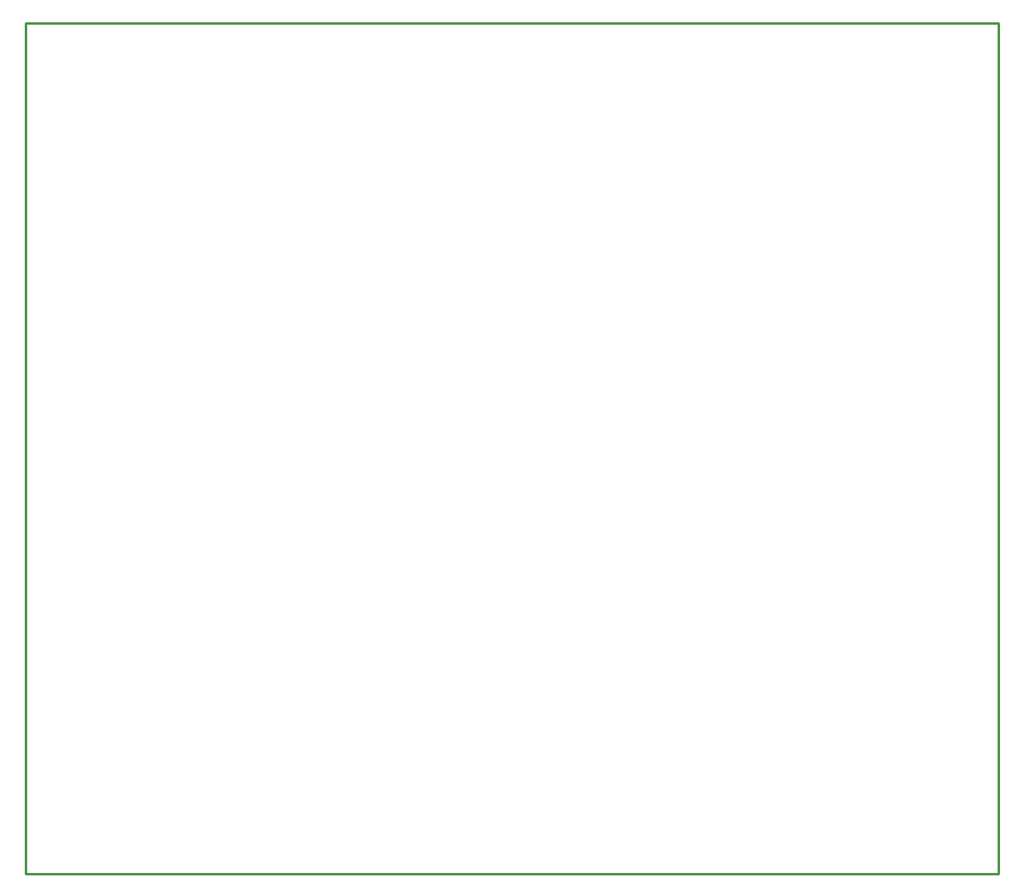
<source format=gko>
G04*
G04 #@! TF.GenerationSoftware,Altium Limited,Altium Designer,18.1.6 (161)*
G04*
G04 Layer_Color=16711935*
%FSTAX24Y24*%
%MOIN*%
G70*
G01*
G75*
%ADD10C,0.0100*%
D10*
X0848Y0365D02*
Y0709D01*
X1241D01*
Y0365D02*
Y0709D01*
X11475Y0365D02*
X1241D01*
X0848D02*
X11475D01*
X0848Y07045D02*
X0848Y0365D01*
X1079D01*
M02*

</source>
